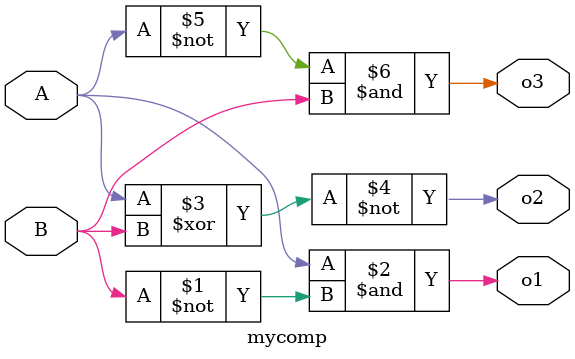
<source format=v>
module mycomp(input A,
            input B,
            output o1,
            output o2,
            output o3
);

assign o1 = A & ~B;     // A>B
assign o2 = ~(A ^ B);    // A=B
assign o3 = ~A & B;     // A<B

endmodule
</source>
